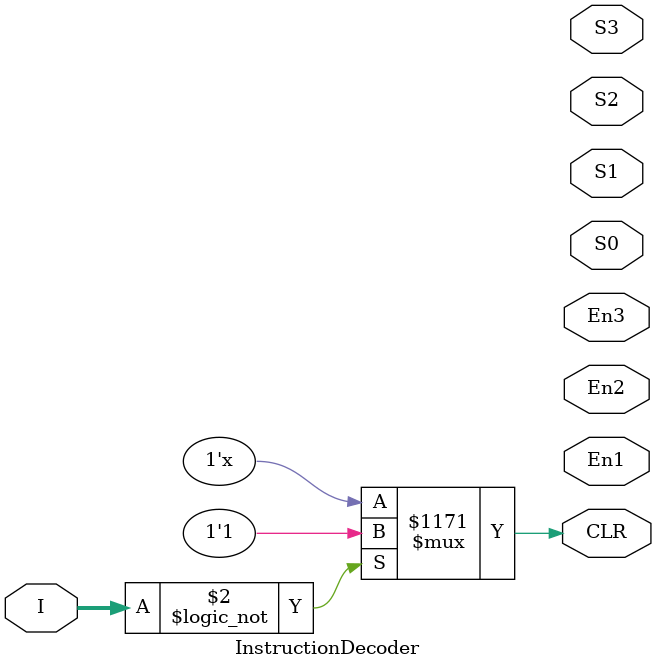
<source format=v>
`timescale 1ns / 1ps
module InstructionDecoder(
	 input [3:0] I,
    output reg CLR,
    output reg En1,
    output reg En2,
    output reg En3,
    output reg S0,
    output reg S1,
    output S2,
    output S3
    );
	 reg tempCLR,
    tempEn1,
    tempEn2,
    tempEn3,
    tempS0,
    tempS1,
    tempS2,
    tempS3;
	 
	 always @(I)
	 begin
	 
		if(I==4'b0000)
		begin 
			tempCLR = 1;
			 tempEn1=1;
			 tempEn2=1;
			 tempEn3=1;	
			CLR = 1;
		end
		else if (I==4'b0001)
		begin
			tempCLR = 0;
			 tempEn1=1;
			 tempEn2=0;
			 tempEn3=0;	
		end
			else if (I==4'b0010)
		begin
			tempCLR = 0;
			 tempEn1=0;
			 tempEn2=1;
			 tempEn3=0;
			 tempS0 = 0;
		end
	 	else if (I==4'b0011)
		begin
			tempCLR = 0;
			 tempEn1=0;
			 tempEn2=1;
			 tempEn3=0;
			 tempS0 = 1;
		end
		else if (I==4'b0100)
		begin
			tempCLR = 0;
			tempEn1=0;
			tempEn2=0;
			tempEn3=1;
			tempS1=0;
			tempS2=0;
			tempS3=0;
		end
		else if (I==4'b0101)
		begin
			tempCLR = 0;
			tempEn1=0;
			tempEn2=0;
			tempEn3=1;
			tempS1=0;
			tempS2=0;
			tempS3=1;
		end
		else if (I==4'b0110)
		begin
			tempCLR = 0;
			tempEn1=0;
			tempEn2=0;
			tempEn3=1;
			tempS1=0;
			tempS2=1;
			tempS3=0;
		end
		else if (I==4'b0111)
		begin
			tempCLR = 0;
			tempEn1=0;
			tempEn2=0;
			tempEn3=1;
			tempS1=0;
			tempS2=1;
			tempS3=1;
		end
		else if (I==4'b1000)
		begin
			tempCLR = 0;
			tempEn1=0;
			tempEn2=0;
			tempEn3=1;
			tempS1=1;
			tempS2=0;
			tempS3=0;
		end
	 else if (I==4'b1001)
		begin
			tempCLR = 0;
			tempEn1=0;
			tempEn2=0;
			tempEn3=1;
			tempS1=1;
			tempS2=0;
			tempS3=1;
		end
	else
		begin
			tempCLR=0;
			tempEn1=0;
			tempEn2=0;
			tempEn3=0;
		
		end
	 end/*
	assign CLR = tempCLR;
	assign En1 = tempEn1;
	assign En2 = tempEn2;
	assign En3 = tempEn3;
	assign S0 = tempS0;
	assign S1 = tempS1;
	assign S2 = tempS2;
	assign S3 = tempS3;
*/
endmodule

</source>
